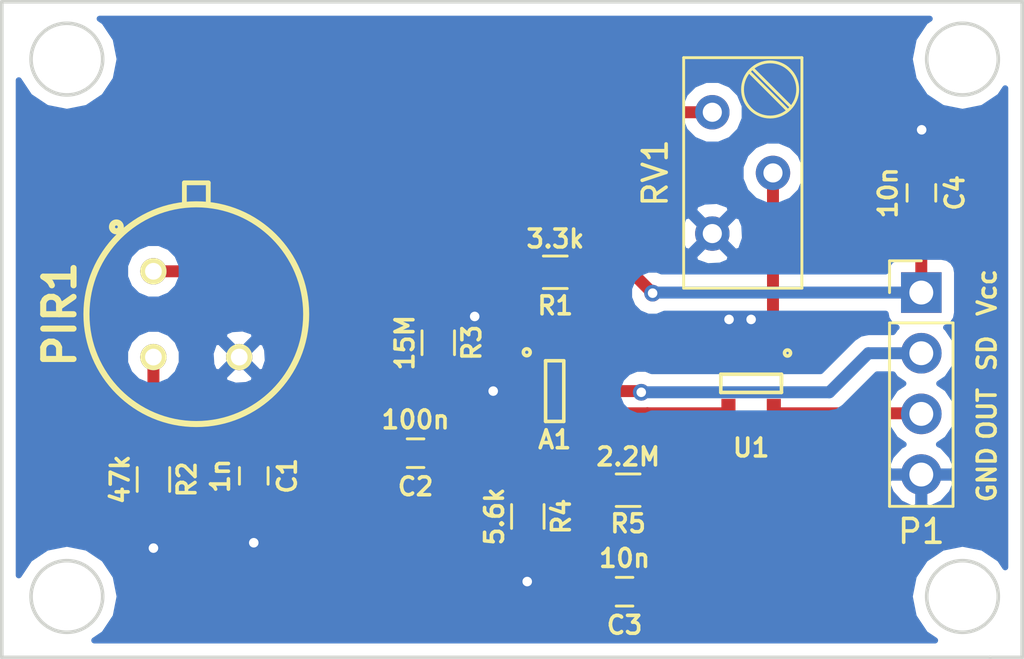
<source format=kicad_pcb>
(kicad_pcb (version 4) (host pcbnew 4.0.7)

  (general
    (links 29)
    (no_connects 0)
    (area 113.699999 93.524999 156.600001 121.125001)
    (thickness 1.6)
    (drawings 13)
    (tracks 63)
    (zones 0)
    (modules 14)
    (nets 11)
  )

  (page A4)
  (layers
    (0 F.Cu signal)
    (31 B.Cu signal)
    (32 B.Adhes user)
    (33 F.Adhes user)
    (34 B.Paste user)
    (35 F.Paste user)
    (36 B.SilkS user)
    (37 F.SilkS user)
    (38 B.Mask user)
    (39 F.Mask user)
    (40 Dwgs.User user)
    (41 Cmts.User user)
    (42 Eco1.User user)
    (43 Eco2.User user)
    (44 Edge.Cuts user)
    (45 Margin user)
    (46 B.CrtYd user hide)
    (47 F.CrtYd user hide)
    (48 B.Fab user hide)
    (49 F.Fab user hide)
  )

  (setup
    (last_trace_width 0.5)
    (trace_clearance 0.25)
    (zone_clearance 0.508)
    (zone_45_only no)
    (trace_min 0.4)
    (segment_width 0.2)
    (edge_width 0.15)
    (via_size 0.7)
    (via_drill 0.4)
    (via_min_size 0.7)
    (via_min_drill 0.3)
    (uvia_size 0.3)
    (uvia_drill 0.1)
    (uvias_allowed no)
    (uvia_min_size 0.2)
    (uvia_min_drill 0.1)
    (pcb_text_width 0.3)
    (pcb_text_size 1.5 1.5)
    (mod_edge_width 0.15)
    (mod_text_size 1 1)
    (mod_text_width 0.15)
    (pad_size 1.7 1.7)
    (pad_drill 1)
    (pad_to_mask_clearance 0.2)
    (aux_axis_origin 0 0)
    (visible_elements 7FFFFFFF)
    (pcbplotparams
      (layerselection 0x010fc_80000001)
      (usegerberextensions false)
      (usegerberattributes true)
      (excludeedgelayer false)
      (linewidth 0.150000)
      (plotframeref false)
      (viasonmask false)
      (mode 1)
      (useauxorigin true)
      (hpglpennumber 1)
      (hpglpenspeed 20)
      (hpglpendiameter 15)
      (hpglpenoverlay 2)
      (psnegative false)
      (psa4output false)
      (plotreference true)
      (plotvalue true)
      (plotinvisibletext false)
      (padsonsilk false)
      (subtractmaskfromsilk false)
      (outputformat 1)
      (mirror false)
      (drillshape 0)
      (scaleselection 1)
      (outputdirectory gerber/))
  )

  (net 0 "")
  (net 1 "Net-(A1-Pad1)")
  (net 2 GND)
  (net 3 "Net-(A1-Pad3)")
  (net 4 "Net-(A1-Pad4)")
  (net 5 "Net-(A1-Pad5)")
  (net 6 "Net-(A1-Pad6)")
  (net 7 "Net-(C1-Pad1)")
  (net 8 "Net-(P1-Pad3)")
  (net 9 "Net-(PIR1-Pad1)")
  (net 10 "Net-(RV1-Pad2)")

  (net_class Default "Ceci est la Netclass par défaut"
    (clearance 0.25)
    (trace_width 0.5)
    (via_dia 0.7)
    (via_drill 0.4)
    (uvia_dia 0.3)
    (uvia_drill 0.1)
    (add_net GND)
    (add_net "Net-(A1-Pad1)")
    (add_net "Net-(A1-Pad3)")
    (add_net "Net-(A1-Pad4)")
    (add_net "Net-(A1-Pad5)")
    (add_net "Net-(A1-Pad6)")
    (add_net "Net-(C1-Pad1)")
    (add_net "Net-(P1-Pad3)")
    (add_net "Net-(PIR1-Pad1)")
    (add_net "Net-(RV1-Pad2)")
  )

  (module IRA-S210ST01 (layer F.Cu) (tedit 5AF83555) (tstamp 5AF45643)
    (at 121.92 106.68 270)
    (descr IRA-S210ST01)
    (tags "Integrated Circuit")
    (path /5AF4575E)
    (fp_text reference PIR1 (at 0 5.715 270) (layer F.SilkS)
      (effects (font (size 1.27 1.27) (thickness 0.254)))
    )
    (fp_text value "" (at 0 -5.715 270) (layer F.SilkS) hide
      (effects (font (size 1.27 1.27) (thickness 0.254)))
    )
    (fp_line (start -4.664 -0.5) (end -5.5 -0.5) (layer F.SilkS) (width 0.2))
    (fp_line (start -5.5 -0.5) (end -5.5 0.5) (layer F.SilkS) (width 0.2))
    (fp_line (start -5.5 0.5) (end -4.649 0.5) (layer F.SilkS) (width 0.2))
    (fp_circle (center 0 0) (end 4.6 0) (layer F.SilkS) (width 0.254))
    (fp_circle (center -3.655 3.347) (end -3.714 3.347) (layer F.SilkS) (width 0.254))
    (pad 1 thru_hole circle (at -1.79605 1.79605) (size 1.1 1.1) (drill 0.7) (layers *.Cu *.Mask F.SilkS)
      (net 9 "Net-(PIR1-Pad1)"))
    (pad 2 thru_hole circle (at 1.79605 1.79605) (size 1.1 1.1) (drill 0.7) (layers *.Cu *.Mask F.SilkS)
      (net 7 "Net-(C1-Pad1)"))
    (pad 3 thru_hole circle (at 1.79605 -1.79605) (size 1.1 1.1) (drill 0.7) (layers *.Cu *.Mask F.SilkS)
      (net 2 GND))
  )

  (module LTC2063 (layer F.Cu) (tedit 5AF834FD) (tstamp 5AF45619)
    (at 136.925 109.9)
    (path /5AF42494)
    (attr smd)
    (fp_text reference A1 (at 0 2.032) (layer F.SilkS)
      (effects (font (size 0.75 0.75) (thickness 0.15)))
    )
    (fp_text value "" (at 0 2.54) (layer F.SilkS)
      (effects (font (size 1 0.9) (thickness 0.05)))
    )
    (fp_line (start -0.381 -1.27) (end 0.381 -1.27) (layer F.SilkS) (width 0.15))
    (fp_line (start 0.381 -1.27) (end 0.381 1.27) (layer F.SilkS) (width 0.15))
    (fp_line (start 0.381 1.27) (end -0.381 1.27) (layer F.SilkS) (width 0.15))
    (fp_line (start -0.381 1.27) (end -0.381 -1.27) (layer F.SilkS) (width 0.15))
    (fp_circle (center -1.1684 -1.6256) (end -1.143 -1.6891) (layer F.SilkS) (width 0.15))
    (pad 1 smd rect (at -1.16078 -0.9398) (size 0.9906 0.6096) (layers F.Cu F.Paste F.Mask)
      (net 1 "Net-(A1-Pad1)"))
    (pad 2 smd rect (at -1.16078 0) (size 0.9906 0.6096) (layers F.Cu F.Paste F.Mask)
      (net 2 GND))
    (pad 3 smd rect (at -1.16078 0.9398) (size 0.9906 0.6096) (layers F.Cu F.Paste F.Mask)
      (net 3 "Net-(A1-Pad3)"))
    (pad 4 smd rect (at 1.16078 0.9398) (size 0.9906 0.6096) (layers F.Cu F.Paste F.Mask)
      (net 4 "Net-(A1-Pad4)"))
    (pad 5 smd rect (at 1.16078 0) (size 0.9906 0.6096) (layers F.Cu F.Paste F.Mask)
      (net 5 "Net-(A1-Pad5)"))
    (pad 6 smd rect (at 1.16078 -0.9398) (size 0.9906 0.6096) (layers F.Cu F.Paste F.Mask)
      (net 6 "Net-(A1-Pad6)"))
  )

  (module MAX9061 (layer F.Cu) (tedit 5AF834AC) (tstamp 5AF45685)
    (at 145.15 109.575 270)
    (descr "Small Outline Transistor (SOT23), 0.95 mm pitch; 5 pin, 2.90 mm L X 1.60 mm W X 1.45 mm H body<p><i>PCB Libraries Packages</i>")
    (path /5AF425F7)
    (attr smd)
    (fp_text reference U1 (at 2.7 0 360) (layer F.SilkS)
      (effects (font (size 0.75 0.75) (thickness 0.15)))
    )
    (fp_text value "" (at 0.46119 3.21834 270) (layer F.SilkS)
      (effects (font (size 0.947333 0.947333) (thickness 0.05)))
    )
    (fp_circle (center -1.27 -1.524) (end -1.2192 -1.524) (layer F.SilkS) (width 0.15))
    (fp_line (start -0.381 -1.27) (end 0.381 -1.27) (layer F.SilkS) (width 0.15))
    (fp_line (start 0.381 -1.27) (end 0.381 1.27) (layer F.SilkS) (width 0.15))
    (fp_line (start 0.381 1.27) (end -0.381 1.27) (layer F.SilkS) (width 0.15))
    (fp_line (start -0.381 1.27) (end -0.381 -1.27) (layer F.SilkS) (width 0.15))
    (fp_line (start -0.381 -1.27) (end 0 -1.27) (layer F.SilkS) (width 0.15))
    (pad 1 smd rect (at -1.255 -0.95 90) (size 1.21 0.59) (layers F.Cu F.Paste F.Mask)
      (net 10 "Net-(RV1-Pad2)"))
    (pad 2 smd rect (at -1.255 0 90) (size 1.21 0.59) (layers F.Cu F.Paste F.Mask)
      (net 2 GND))
    (pad 3 smd rect (at -1.255 0.95 90) (size 1.21 0.59) (layers F.Cu F.Paste F.Mask)
      (net 2 GND))
    (pad 4 smd rect (at 1.255 0.95 270) (size 1.21 0.59) (layers F.Cu F.Paste F.Mask)
      (net 4 "Net-(A1-Pad4)"))
    (pad 5 smd rect (at 1.255 -0.95 270) (size 1.21 0.59) (layers F.Cu F.Paste F.Mask)
      (net 8 "Net-(P1-Pad3)"))
  )

  (module Capacitors_SMD:C_0603_HandSoldering (layer F.Cu) (tedit 5AF8295E) (tstamp 5AF4561F)
    (at 124.325 113.45 270)
    (descr "Capacitor SMD 0603, hand soldering")
    (tags "capacitor 0603")
    (path /5AF432B2)
    (attr smd)
    (fp_text reference C1 (at 0 -1.4 270) (layer F.SilkS)
      (effects (font (size 0.75 0.75) (thickness 0.15)))
    )
    (fp_text value 1n (at 0 1.4 270) (layer F.SilkS)
      (effects (font (size 0.75 0.75) (thickness 0.15)))
    )
    (fp_text user %R (at 0 -1.25 270) (layer F.Fab)
      (effects (font (size 1 1) (thickness 0.15)))
    )
    (fp_line (start -0.8 0.4) (end -0.8 -0.4) (layer F.Fab) (width 0.1))
    (fp_line (start 0.8 0.4) (end -0.8 0.4) (layer F.Fab) (width 0.1))
    (fp_line (start 0.8 -0.4) (end 0.8 0.4) (layer F.Fab) (width 0.1))
    (fp_line (start -0.8 -0.4) (end 0.8 -0.4) (layer F.Fab) (width 0.1))
    (fp_line (start -0.35 -0.6) (end 0.35 -0.6) (layer F.SilkS) (width 0.12))
    (fp_line (start 0.35 0.6) (end -0.35 0.6) (layer F.SilkS) (width 0.12))
    (fp_line (start -1.8 -0.65) (end 1.8 -0.65) (layer F.CrtYd) (width 0.05))
    (fp_line (start -1.8 -0.65) (end -1.8 0.65) (layer F.CrtYd) (width 0.05))
    (fp_line (start 1.8 0.65) (end 1.8 -0.65) (layer F.CrtYd) (width 0.05))
    (fp_line (start 1.8 0.65) (end -1.8 0.65) (layer F.CrtYd) (width 0.05))
    (pad 1 smd rect (at -0.95 0 270) (size 1.2 0.75) (layers F.Cu F.Paste F.Mask)
      (net 7 "Net-(C1-Pad1)"))
    (pad 2 smd rect (at 0.95 0 270) (size 1.2 0.75) (layers F.Cu F.Paste F.Mask)
      (net 2 GND))
    (model Capacitors_SMD.3dshapes/C_0603.wrl
      (at (xyz 0 0 0))
      (scale (xyz 1 1 1))
      (rotate (xyz 0 0 0))
    )
  )

  (module Capacitors_SMD:C_0603_HandSoldering (layer F.Cu) (tedit 5AF82987) (tstamp 5AF45625)
    (at 131.1 112.5 180)
    (descr "Capacitor SMD 0603, hand soldering")
    (tags "capacitor 0603")
    (path /5AF432F7)
    (attr smd)
    (fp_text reference C2 (at 0 -1.4 180) (layer F.SilkS)
      (effects (font (size 0.75 0.75) (thickness 0.15)))
    )
    (fp_text value 100n (at 0 1.4 180) (layer F.SilkS)
      (effects (font (size 0.75 0.75) (thickness 0.15)))
    )
    (fp_text user %R (at 0 -1.25 180) (layer F.Fab)
      (effects (font (size 1 1) (thickness 0.15)))
    )
    (fp_line (start -0.8 0.4) (end -0.8 -0.4) (layer F.Fab) (width 0.1))
    (fp_line (start 0.8 0.4) (end -0.8 0.4) (layer F.Fab) (width 0.1))
    (fp_line (start 0.8 -0.4) (end 0.8 0.4) (layer F.Fab) (width 0.1))
    (fp_line (start -0.8 -0.4) (end 0.8 -0.4) (layer F.Fab) (width 0.1))
    (fp_line (start -0.35 -0.6) (end 0.35 -0.6) (layer F.SilkS) (width 0.12))
    (fp_line (start 0.35 0.6) (end -0.35 0.6) (layer F.SilkS) (width 0.12))
    (fp_line (start -1.8 -0.65) (end 1.8 -0.65) (layer F.CrtYd) (width 0.05))
    (fp_line (start -1.8 -0.65) (end -1.8 0.65) (layer F.CrtYd) (width 0.05))
    (fp_line (start 1.8 0.65) (end 1.8 -0.65) (layer F.CrtYd) (width 0.05))
    (fp_line (start 1.8 0.65) (end -1.8 0.65) (layer F.CrtYd) (width 0.05))
    (pad 1 smd rect (at -0.95 0 180) (size 1.2 0.75) (layers F.Cu F.Paste F.Mask)
      (net 1 "Net-(A1-Pad1)"))
    (pad 2 smd rect (at 0.95 0 180) (size 1.2 0.75) (layers F.Cu F.Paste F.Mask)
      (net 7 "Net-(C1-Pad1)"))
    (model Capacitors_SMD.3dshapes/C_0603.wrl
      (at (xyz 0 0 0))
      (scale (xyz 1 1 1))
      (rotate (xyz 0 0 0))
    )
  )

  (module Capacitors_SMD:C_0603_HandSoldering (layer F.Cu) (tedit 5AF82A6A) (tstamp 5AF4562B)
    (at 139.85 118.3 180)
    (descr "Capacitor SMD 0603, hand soldering")
    (tags "capacitor 0603")
    (path /5AF43320)
    (attr smd)
    (fp_text reference C3 (at 0 -1.4 180) (layer F.SilkS)
      (effects (font (size 0.75 0.75) (thickness 0.15)))
    )
    (fp_text value 10n (at 0 1.4 180) (layer F.SilkS)
      (effects (font (size 0.75 0.75) (thickness 0.15)))
    )
    (fp_text user %R (at 0 -1.25 180) (layer F.Fab)
      (effects (font (size 1 1) (thickness 0.15)))
    )
    (fp_line (start -0.8 0.4) (end -0.8 -0.4) (layer F.Fab) (width 0.1))
    (fp_line (start 0.8 0.4) (end -0.8 0.4) (layer F.Fab) (width 0.1))
    (fp_line (start 0.8 -0.4) (end 0.8 0.4) (layer F.Fab) (width 0.1))
    (fp_line (start -0.8 -0.4) (end 0.8 -0.4) (layer F.Fab) (width 0.1))
    (fp_line (start -0.35 -0.6) (end 0.35 -0.6) (layer F.SilkS) (width 0.12))
    (fp_line (start 0.35 0.6) (end -0.35 0.6) (layer F.SilkS) (width 0.12))
    (fp_line (start -1.8 -0.65) (end 1.8 -0.65) (layer F.CrtYd) (width 0.05))
    (fp_line (start -1.8 -0.65) (end -1.8 0.65) (layer F.CrtYd) (width 0.05))
    (fp_line (start 1.8 0.65) (end 1.8 -0.65) (layer F.CrtYd) (width 0.05))
    (fp_line (start 1.8 0.65) (end -1.8 0.65) (layer F.CrtYd) (width 0.05))
    (pad 1 smd rect (at -0.95 0 180) (size 1.2 0.75) (layers F.Cu F.Paste F.Mask)
      (net 4 "Net-(A1-Pad4)"))
    (pad 2 smd rect (at 0.95 0 180) (size 1.2 0.75) (layers F.Cu F.Paste F.Mask)
      (net 3 "Net-(A1-Pad3)"))
    (model Capacitors_SMD.3dshapes/C_0603.wrl
      (at (xyz 0 0 0))
      (scale (xyz 1 1 1))
      (rotate (xyz 0 0 0))
    )
  )

  (module Pin_Headers:Pin_Header_Straight_1x04_Pitch2.54mm (layer F.Cu) (tedit 5AF839F0) (tstamp 5AF45633)
    (at 152.275 105.775)
    (descr "Through hole straight pin header, 1x04, 2.54mm pitch, single row")
    (tags "Through hole pin header THT 1x04 2.54mm single row")
    (path /5AF45097)
    (fp_text reference P1 (at 0 10) (layer F.SilkS)
      (effects (font (size 1 1) (thickness 0.15)))
    )
    (fp_text value "" (at -4.275 9.725) (layer F.Fab)
      (effects (font (size 1 1) (thickness 0.15)))
    )
    (fp_line (start -0.635 -1.27) (end 1.27 -1.27) (layer F.Fab) (width 0.1))
    (fp_line (start 1.27 -1.27) (end 1.27 8.89) (layer F.Fab) (width 0.1))
    (fp_line (start 1.27 8.89) (end -1.27 8.89) (layer F.Fab) (width 0.1))
    (fp_line (start -1.27 8.89) (end -1.27 -0.635) (layer F.Fab) (width 0.1))
    (fp_line (start -1.27 -0.635) (end -0.635 -1.27) (layer F.Fab) (width 0.1))
    (fp_line (start -1.33 8.95) (end 1.33 8.95) (layer F.SilkS) (width 0.12))
    (fp_line (start -1.33 1.27) (end -1.33 8.95) (layer F.SilkS) (width 0.12))
    (fp_line (start 1.33 1.27) (end 1.33 8.95) (layer F.SilkS) (width 0.12))
    (fp_line (start -1.33 1.27) (end 1.33 1.27) (layer F.SilkS) (width 0.12))
    (fp_line (start -1.33 0) (end -1.33 -1.33) (layer F.SilkS) (width 0.12))
    (fp_line (start -1.33 -1.33) (end 0 -1.33) (layer F.SilkS) (width 0.12))
    (fp_line (start -1.8 -1.8) (end -1.8 9.4) (layer F.CrtYd) (width 0.05))
    (fp_line (start -1.8 9.4) (end 1.8 9.4) (layer F.CrtYd) (width 0.05))
    (fp_line (start 1.8 9.4) (end 1.8 -1.8) (layer F.CrtYd) (width 0.05))
    (fp_line (start 1.8 -1.8) (end -1.8 -1.8) (layer F.CrtYd) (width 0.05))
    (fp_text user %R (at 0 3.81 90) (layer F.Fab)
      (effects (font (size 1 1) (thickness 0.15)))
    )
    (pad 1 thru_hole rect (at 0 0) (size 1.7 1.7) (drill 1) (layers *.Cu *.Mask)
      (net 6 "Net-(A1-Pad6)"))
    (pad 2 thru_hole oval (at 0 2.54) (size 1.7 1.7) (drill 1) (layers *.Cu *.Mask)
      (net 5 "Net-(A1-Pad5)"))
    (pad 3 thru_hole oval (at 0 5.08) (size 1.7 1.7) (drill 1) (layers *.Cu *.Mask)
      (net 8 "Net-(P1-Pad3)"))
    (pad 4 thru_hole oval (at 0 7.62) (size 1.7 1.7) (drill 1) (layers *.Cu *.Mask)
      (net 2 GND))
    (model ${KISYS3DMOD}/Pin_Headers.3dshapes/Pin_Header_Straight_1x04_Pitch2.54mm.wrl
      (at (xyz 0 0 0))
      (scale (xyz 1 1 1))
      (rotate (xyz 0 0 0))
    )
  )

  (module Resistors_SMD:R_0603_HandSoldering (layer F.Cu) (tedit 5AF829D8) (tstamp 5AF45649)
    (at 136.95 104.925 180)
    (descr "Resistor SMD 0603, hand soldering")
    (tags "resistor 0603")
    (path /5AF4311F)
    (attr smd)
    (fp_text reference R1 (at 0 -1.4 180) (layer F.SilkS)
      (effects (font (size 0.75 0.75) (thickness 0.15)))
    )
    (fp_text value 3.3k (at 0 1.4 180) (layer F.SilkS)
      (effects (font (size 0.75 0.75) (thickness 0.15)))
    )
    (fp_text user %R (at 0 0 180) (layer F.Fab)
      (effects (font (size 0.4 0.4) (thickness 0.075)))
    )
    (fp_line (start -0.8 0.4) (end -0.8 -0.4) (layer F.Fab) (width 0.1))
    (fp_line (start 0.8 0.4) (end -0.8 0.4) (layer F.Fab) (width 0.1))
    (fp_line (start 0.8 -0.4) (end 0.8 0.4) (layer F.Fab) (width 0.1))
    (fp_line (start -0.8 -0.4) (end 0.8 -0.4) (layer F.Fab) (width 0.1))
    (fp_line (start 0.5 0.68) (end -0.5 0.68) (layer F.SilkS) (width 0.12))
    (fp_line (start -0.5 -0.68) (end 0.5 -0.68) (layer F.SilkS) (width 0.12))
    (fp_line (start -1.96 -0.7) (end 1.95 -0.7) (layer F.CrtYd) (width 0.05))
    (fp_line (start -1.96 -0.7) (end -1.96 0.7) (layer F.CrtYd) (width 0.05))
    (fp_line (start 1.95 0.7) (end 1.95 -0.7) (layer F.CrtYd) (width 0.05))
    (fp_line (start 1.95 0.7) (end -1.96 0.7) (layer F.CrtYd) (width 0.05))
    (pad 1 smd rect (at -1.1 0 180) (size 1.2 0.9) (layers F.Cu F.Paste F.Mask)
      (net 6 "Net-(A1-Pad6)"))
    (pad 2 smd rect (at 1.1 0 180) (size 1.2 0.9) (layers F.Cu F.Paste F.Mask)
      (net 9 "Net-(PIR1-Pad1)"))
    (model ${KISYS3DMOD}/Resistors_SMD.3dshapes/R_0603.wrl
      (at (xyz 0 0 0))
      (scale (xyz 1 1 1))
      (rotate (xyz 0 0 0))
    )
  )

  (module Resistors_SMD:R_0603_HandSoldering (layer F.Cu) (tedit 5AF82933) (tstamp 5AF4564F)
    (at 120.125 113.6 270)
    (descr "Resistor SMD 0603, hand soldering")
    (tags "resistor 0603")
    (path /5AF43204)
    (attr smd)
    (fp_text reference R2 (at 0 -1.4 270) (layer F.SilkS)
      (effects (font (size 0.75 0.75) (thickness 0.15)))
    )
    (fp_text value 47k (at 0 1.4 270) (layer F.SilkS)
      (effects (font (size 0.75 0.75) (thickness 0.15)))
    )
    (fp_text user %R (at 0 0 270) (layer F.Fab)
      (effects (font (size 0.4 0.4) (thickness 0.075)))
    )
    (fp_line (start -0.8 0.4) (end -0.8 -0.4) (layer F.Fab) (width 0.1))
    (fp_line (start 0.8 0.4) (end -0.8 0.4) (layer F.Fab) (width 0.1))
    (fp_line (start 0.8 -0.4) (end 0.8 0.4) (layer F.Fab) (width 0.1))
    (fp_line (start -0.8 -0.4) (end 0.8 -0.4) (layer F.Fab) (width 0.1))
    (fp_line (start 0.5 0.68) (end -0.5 0.68) (layer F.SilkS) (width 0.12))
    (fp_line (start -0.5 -0.68) (end 0.5 -0.68) (layer F.SilkS) (width 0.12))
    (fp_line (start -1.96 -0.7) (end 1.95 -0.7) (layer F.CrtYd) (width 0.05))
    (fp_line (start -1.96 -0.7) (end -1.96 0.7) (layer F.CrtYd) (width 0.05))
    (fp_line (start 1.95 0.7) (end 1.95 -0.7) (layer F.CrtYd) (width 0.05))
    (fp_line (start 1.95 0.7) (end -1.96 0.7) (layer F.CrtYd) (width 0.05))
    (pad 1 smd rect (at -1.1 0 270) (size 1.2 0.9) (layers F.Cu F.Paste F.Mask)
      (net 7 "Net-(C1-Pad1)"))
    (pad 2 smd rect (at 1.1 0 270) (size 1.2 0.9) (layers F.Cu F.Paste F.Mask)
      (net 2 GND))
    (model ${KISYS3DMOD}/Resistors_SMD.3dshapes/R_0603.wrl
      (at (xyz 0 0 0))
      (scale (xyz 1 1 1))
      (rotate (xyz 0 0 0))
    )
  )

  (module Resistors_SMD:R_0603_HandSoldering (layer F.Cu) (tedit 5AF829AF) (tstamp 5AF45655)
    (at 132.05 107.875 90)
    (descr "Resistor SMD 0603, hand soldering")
    (tags "resistor 0603")
    (path /5AF4322F)
    (attr smd)
    (fp_text reference R3 (at 0 1.4 90) (layer F.SilkS)
      (effects (font (size 0.75 0.75) (thickness 0.15)))
    )
    (fp_text value 15M (at 0 -1.4 90) (layer F.SilkS)
      (effects (font (size 0.75 0.75) (thickness 0.15)))
    )
    (fp_text user %R (at 0 0 90) (layer F.Fab)
      (effects (font (size 0.4 0.4) (thickness 0.075)))
    )
    (fp_line (start -0.8 0.4) (end -0.8 -0.4) (layer F.Fab) (width 0.1))
    (fp_line (start 0.8 0.4) (end -0.8 0.4) (layer F.Fab) (width 0.1))
    (fp_line (start 0.8 -0.4) (end 0.8 0.4) (layer F.Fab) (width 0.1))
    (fp_line (start -0.8 -0.4) (end 0.8 -0.4) (layer F.Fab) (width 0.1))
    (fp_line (start 0.5 0.68) (end -0.5 0.68) (layer F.SilkS) (width 0.12))
    (fp_line (start -0.5 -0.68) (end 0.5 -0.68) (layer F.SilkS) (width 0.12))
    (fp_line (start -1.96 -0.7) (end 1.95 -0.7) (layer F.CrtYd) (width 0.05))
    (fp_line (start -1.96 -0.7) (end -1.96 0.7) (layer F.CrtYd) (width 0.05))
    (fp_line (start 1.95 0.7) (end 1.95 -0.7) (layer F.CrtYd) (width 0.05))
    (fp_line (start 1.95 0.7) (end -1.96 0.7) (layer F.CrtYd) (width 0.05))
    (pad 1 smd rect (at -1.1 0 90) (size 1.2 0.9) (layers F.Cu F.Paste F.Mask)
      (net 1 "Net-(A1-Pad1)"))
    (pad 2 smd rect (at 1.1 0 90) (size 1.2 0.9) (layers F.Cu F.Paste F.Mask)
      (net 2 GND))
    (model ${KISYS3DMOD}/Resistors_SMD.3dshapes/R_0603.wrl
      (at (xyz 0 0 0))
      (scale (xyz 1 1 1))
      (rotate (xyz 0 0 0))
    )
  )

  (module Resistors_SMD:R_0603_HandSoldering (layer F.Cu) (tedit 5AF82A1B) (tstamp 5AF4565B)
    (at 135.8 115.15 270)
    (descr "Resistor SMD 0603, hand soldering")
    (tags "resistor 0603")
    (path /5AF4328D)
    (attr smd)
    (fp_text reference R4 (at 0 -1.4 270) (layer F.SilkS)
      (effects (font (size 0.75 0.75) (thickness 0.15)))
    )
    (fp_text value 5.6k (at 0 1.4 270) (layer F.SilkS)
      (effects (font (size 0.75 0.75) (thickness 0.15)))
    )
    (fp_text user %R (at 0 0 270) (layer F.Fab)
      (effects (font (size 0.4 0.4) (thickness 0.075)))
    )
    (fp_line (start -0.8 0.4) (end -0.8 -0.4) (layer F.Fab) (width 0.1))
    (fp_line (start 0.8 0.4) (end -0.8 0.4) (layer F.Fab) (width 0.1))
    (fp_line (start 0.8 -0.4) (end 0.8 0.4) (layer F.Fab) (width 0.1))
    (fp_line (start -0.8 -0.4) (end 0.8 -0.4) (layer F.Fab) (width 0.1))
    (fp_line (start 0.5 0.68) (end -0.5 0.68) (layer F.SilkS) (width 0.12))
    (fp_line (start -0.5 -0.68) (end 0.5 -0.68) (layer F.SilkS) (width 0.12))
    (fp_line (start -1.96 -0.7) (end 1.95 -0.7) (layer F.CrtYd) (width 0.05))
    (fp_line (start -1.96 -0.7) (end -1.96 0.7) (layer F.CrtYd) (width 0.05))
    (fp_line (start 1.95 0.7) (end 1.95 -0.7) (layer F.CrtYd) (width 0.05))
    (fp_line (start 1.95 0.7) (end -1.96 0.7) (layer F.CrtYd) (width 0.05))
    (pad 1 smd rect (at -1.1 0 270) (size 1.2 0.9) (layers F.Cu F.Paste F.Mask)
      (net 3 "Net-(A1-Pad3)"))
    (pad 2 smd rect (at 1.1 0 270) (size 1.2 0.9) (layers F.Cu F.Paste F.Mask)
      (net 2 GND))
    (model ${KISYS3DMOD}/Resistors_SMD.3dshapes/R_0603.wrl
      (at (xyz 0 0 0))
      (scale (xyz 1 1 1))
      (rotate (xyz 0 0 0))
    )
  )

  (module Resistors_SMD:R_0603_HandSoldering (layer F.Cu) (tedit 5AF82A40) (tstamp 5AF45661)
    (at 140 114.05 180)
    (descr "Resistor SMD 0603, hand soldering")
    (tags "resistor 0603")
    (path /5AF4326A)
    (attr smd)
    (fp_text reference R5 (at 0 -1.4 180) (layer F.SilkS)
      (effects (font (size 0.75 0.75) (thickness 0.15)))
    )
    (fp_text value 2.2M (at 0 1.4 180) (layer F.SilkS)
      (effects (font (size 0.75 0.75) (thickness 0.15)))
    )
    (fp_text user %R (at 0 0 180) (layer F.Fab)
      (effects (font (size 0.4 0.4) (thickness 0.075)))
    )
    (fp_line (start -0.8 0.4) (end -0.8 -0.4) (layer F.Fab) (width 0.1))
    (fp_line (start 0.8 0.4) (end -0.8 0.4) (layer F.Fab) (width 0.1))
    (fp_line (start 0.8 -0.4) (end 0.8 0.4) (layer F.Fab) (width 0.1))
    (fp_line (start -0.8 -0.4) (end 0.8 -0.4) (layer F.Fab) (width 0.1))
    (fp_line (start 0.5 0.68) (end -0.5 0.68) (layer F.SilkS) (width 0.12))
    (fp_line (start -0.5 -0.68) (end 0.5 -0.68) (layer F.SilkS) (width 0.12))
    (fp_line (start -1.96 -0.7) (end 1.95 -0.7) (layer F.CrtYd) (width 0.05))
    (fp_line (start -1.96 -0.7) (end -1.96 0.7) (layer F.CrtYd) (width 0.05))
    (fp_line (start 1.95 0.7) (end 1.95 -0.7) (layer F.CrtYd) (width 0.05))
    (fp_line (start 1.95 0.7) (end -1.96 0.7) (layer F.CrtYd) (width 0.05))
    (pad 1 smd rect (at -1.1 0 180) (size 1.2 0.9) (layers F.Cu F.Paste F.Mask)
      (net 4 "Net-(A1-Pad4)"))
    (pad 2 smd rect (at 1.1 0 180) (size 1.2 0.9) (layers F.Cu F.Paste F.Mask)
      (net 3 "Net-(A1-Pad3)"))
    (model ${KISYS3DMOD}/Resistors_SMD.3dshapes/R_0603.wrl
      (at (xyz 0 0 0))
      (scale (xyz 1 1 1))
      (rotate (xyz 0 0 0))
    )
  )

  (module Potentiometers:Potentiometer_Trimmer_Bourns_3296Y (layer F.Cu) (tedit 58826EFB) (tstamp 5AF45668)
    (at 143.525 98.225 90)
    (descr "Spindle Trimmer Potentiometer, Bourns 3296Y, https://www.bourns.com/pdfs/3296.pdf")
    (tags "Spindle Trimmer Potentiometer   Bourns 3296Y")
    (path /5AF4565E)
    (fp_text reference RV1 (at -2.54 -2.39 90) (layer F.SilkS)
      (effects (font (size 1 1) (thickness 0.15)))
    )
    (fp_text value POT (at -2.54 4.94 90) (layer F.Fab)
      (effects (font (size 1 1) (thickness 0.15)))
    )
    (fp_circle (center 0.955 2.42) (end 2.05 2.42) (layer F.Fab) (width 0.1))
    (fp_circle (center 0.955 2.42) (end 2.11 2.42) (layer F.SilkS) (width 0.12))
    (fp_line (start -7.305 -1.14) (end -7.305 3.69) (layer F.Fab) (width 0.1))
    (fp_line (start -7.305 3.69) (end 2.225 3.69) (layer F.Fab) (width 0.1))
    (fp_line (start 2.225 3.69) (end 2.225 -1.14) (layer F.Fab) (width 0.1))
    (fp_line (start 2.225 -1.14) (end -7.305 -1.14) (layer F.Fab) (width 0.1))
    (fp_line (start 1.786 1.724) (end 0.259 3.251) (layer F.Fab) (width 0.1))
    (fp_line (start 1.652 1.59) (end 0.125 3.117) (layer F.Fab) (width 0.1))
    (fp_line (start -7.365 -1.2) (end 2.285 -1.2) (layer F.SilkS) (width 0.12))
    (fp_line (start -7.365 3.751) (end 2.285 3.751) (layer F.SilkS) (width 0.12))
    (fp_line (start -7.365 -1.2) (end -7.365 3.751) (layer F.SilkS) (width 0.12))
    (fp_line (start 2.285 -1.2) (end 2.285 3.751) (layer F.SilkS) (width 0.12))
    (fp_line (start 1.831 1.686) (end 0.22 3.296) (layer F.SilkS) (width 0.12))
    (fp_line (start 1.691 1.545) (end 0.079 3.155) (layer F.SilkS) (width 0.12))
    (fp_line (start -7.6 -1.4) (end -7.6 3.95) (layer F.CrtYd) (width 0.05))
    (fp_line (start -7.6 3.95) (end 2.5 3.95) (layer F.CrtYd) (width 0.05))
    (fp_line (start 2.5 3.95) (end 2.5 -1.4) (layer F.CrtYd) (width 0.05))
    (fp_line (start 2.5 -1.4) (end -7.6 -1.4) (layer F.CrtYd) (width 0.05))
    (pad 1 thru_hole circle (at 0 0 90) (size 1.44 1.44) (drill 0.8) (layers *.Cu *.Mask)
      (net 6 "Net-(A1-Pad6)"))
    (pad 2 thru_hole circle (at -2.54 2.54 90) (size 1.44 1.44) (drill 0.8) (layers *.Cu *.Mask)
      (net 10 "Net-(RV1-Pad2)"))
    (pad 3 thru_hole circle (at -5.08 0 90) (size 1.44 1.44) (drill 0.8) (layers *.Cu *.Mask)
      (net 2 GND))
    (model Potentiometers.3dshapes/Potentiometer_Trimmer_Bourns_3296Y.wrl
      (at (xyz 0 0 0))
      (scale (xyz 1 1 1))
      (rotate (xyz 0 0 -90))
    )
  )

  (module Capacitors_SMD:C_0603_HandSoldering (layer F.Cu) (tedit 5AF831FF) (tstamp 5AF823A4)
    (at 152.28 101.6 90)
    (descr "Capacitor SMD 0603, hand soldering")
    (tags "capacitor 0603")
    (path /5AF829F5)
    (attr smd)
    (fp_text reference C4 (at 0 1.4 90) (layer F.SilkS)
      (effects (font (size 0.75 0.75) (thickness 0.15)))
    )
    (fp_text value 10n (at 0 -1.4 90) (layer F.SilkS)
      (effects (font (size 0.75 0.75) (thickness 0.15)))
    )
    (fp_text user %R (at 0 -1.25 90) (layer F.Fab)
      (effects (font (size 1 1) (thickness 0.15)))
    )
    (fp_line (start -0.8 0.4) (end -0.8 -0.4) (layer F.Fab) (width 0.1))
    (fp_line (start 0.8 0.4) (end -0.8 0.4) (layer F.Fab) (width 0.1))
    (fp_line (start 0.8 -0.4) (end 0.8 0.4) (layer F.Fab) (width 0.1))
    (fp_line (start -0.8 -0.4) (end 0.8 -0.4) (layer F.Fab) (width 0.1))
    (fp_line (start -0.35 -0.6) (end 0.35 -0.6) (layer F.SilkS) (width 0.12))
    (fp_line (start 0.35 0.6) (end -0.35 0.6) (layer F.SilkS) (width 0.12))
    (fp_line (start -1.8 -0.65) (end 1.8 -0.65) (layer F.CrtYd) (width 0.05))
    (fp_line (start -1.8 -0.65) (end -1.8 0.65) (layer F.CrtYd) (width 0.05))
    (fp_line (start 1.8 0.65) (end 1.8 -0.65) (layer F.CrtYd) (width 0.05))
    (fp_line (start 1.8 0.65) (end -1.8 0.65) (layer F.CrtYd) (width 0.05))
    (pad 1 smd rect (at -0.95 0 90) (size 1.2 0.75) (layers F.Cu F.Paste F.Mask)
      (net 6 "Net-(A1-Pad6)"))
    (pad 2 smd rect (at 0.95 0 90) (size 1.2 0.75) (layers F.Cu F.Paste F.Mask)
      (net 2 GND))
    (model Capacitors_SMD.3dshapes/C_0603.wrl
      (at (xyz 0 0 0))
      (scale (xyz 1 1 1))
      (rotate (xyz 0 0 0))
    )
  )

  (gr_circle (center 154 118.5) (end 152.5 118.5) (layer Edge.Cuts) (width 0.15))
  (gr_circle (center 154 96) (end 152.5 96) (layer Edge.Cuts) (width 0.15))
  (gr_circle (center 116.5 118.5) (end 118 118.5) (layer Edge.Cuts) (width 0.15))
  (gr_circle (center 116.5 96) (end 118 96) (layer Edge.Cuts) (width 0.15))
  (gr_text GND (at 155.025 113.395 90) (layer F.SilkS)
    (effects (font (size 0.75 0.75) (thickness 0.15)))
  )
  (gr_text OUT (at 155.025 110.855 90) (layer F.SilkS)
    (effects (font (size 0.75 0.75) (thickness 0.15)))
  )
  (gr_text SD (at 155.025 108.315 90) (layer F.SilkS)
    (effects (font (size 0.75 0.75) (thickness 0.15)))
  )
  (gr_text Vcc (at 155.025 105.775 90) (layer F.SilkS)
    (effects (font (size 0.75 0.75) (thickness 0.15)))
  )
  (gr_line (start 155.15 121.05) (end 156.5 121.05) (angle 90) (layer Edge.Cuts) (width 0.15))
  (gr_line (start 156.5 93.6) (end 156.5 121.05) (angle 90) (layer Edge.Cuts) (width 0.15))
  (gr_line (start 113.775 93.6) (end 156.525 93.6) (angle 90) (layer Edge.Cuts) (width 0.15))
  (gr_line (start 113.775 121.05) (end 113.775 93.6) (angle 90) (layer Edge.Cuts) (width 0.15))
  (gr_line (start 155.175 121.05) (end 113.775 121.05) (angle 90) (layer Edge.Cuts) (width 0.15))

  (segment (start 135.76422 108.9602) (end 132.0648 108.9602) (width 0.5) (layer F.Cu) (net 1))
  (segment (start 132.0648 108.9602) (end 132.05 108.975) (width 0.5) (layer F.Cu) (net 1) (tstamp 5AF82304))
  (segment (start 132.05 112.5) (end 132.05 108.975) (width 0.5) (layer F.Cu) (net 1))
  (segment (start 152.28 100.65) (end 152.28 98.97) (width 0.5) (layer F.Cu) (net 2))
  (via (at 152.29 98.96) (size 0.7) (drill 0.4) (layers F.Cu B.Cu) (net 2))
  (segment (start 152.28 98.97) (end 152.29 98.96) (width 0.5) (layer F.Cu) (net 2) (tstamp 5AF839AE))
  (segment (start 120.125 114.7) (end 120.125 116.475) (width 0.5) (layer F.Cu) (net 2))
  (via (at 120.125 116.475) (size 0.7) (drill 0.4) (layers F.Cu B.Cu) (net 2))
  (segment (start 132.05 106.775) (end 133.575 106.775) (width 0.5) (layer F.Cu) (net 2))
  (via (at 133.575 106.775) (size 0.7) (drill 0.4) (layers F.Cu B.Cu) (net 2))
  (segment (start 135.76422 109.9) (end 134.35 109.9) (width 0.5) (layer F.Cu) (net 2))
  (via (at 134.35 109.9) (size 0.7) (drill 0.4) (layers F.Cu B.Cu) (net 2))
  (segment (start 145.15 108.32) (end 145.15 106.9) (width 0.5) (layer F.Cu) (net 2))
  (via (at 145.15 106.9) (size 0.7) (drill 0.4) (layers F.Cu B.Cu) (net 2))
  (segment (start 144.2 108.32) (end 144.2 106.925) (width 0.5) (layer F.Cu) (net 2))
  (via (at 144.225 106.9) (size 0.7) (drill 0.4) (layers F.Cu B.Cu) (net 2))
  (segment (start 144.2 106.925) (end 144.225 106.9) (width 0.5) (layer F.Cu) (net 2) (tstamp 5AF6CE81))
  (segment (start 144.2 108.32) (end 144.155 108.275) (width 0.5) (layer F.Cu) (net 2) (tstamp 5AF6CDCB))
  (segment (start 124.325 114.4) (end 124.325 116.25) (width 0.5) (layer F.Cu) (net 2))
  (via (at 124.325 116.25) (size 0.7) (drill 0.4) (layers F.Cu B.Cu) (net 2))
  (segment (start 135.8 116.25) (end 135.8 117.85) (width 0.5) (layer F.Cu) (net 2))
  (via (at 135.775 117.875) (size 0.7) (drill 0.4) (layers F.Cu B.Cu) (net 2))
  (segment (start 135.8 117.85) (end 135.775 117.875) (width 0.5) (layer F.Cu) (net 2) (tstamp 5AF6CD8D))
  (segment (start 152.275 101) (end 152.3 100.975) (width 0.5) (layer F.Cu) (net 2) (tstamp 5AF82407))
  (segment (start 135.8 114.05) (end 135.8 110.87558) (width 0.5) (layer F.Cu) (net 3))
  (segment (start 135.8 110.87558) (end 135.76422 110.8398) (width 0.5) (layer F.Cu) (net 3) (tstamp 5AF6CD87))
  (segment (start 138.9 114.05) (end 135.8 114.05) (width 0.5) (layer F.Cu) (net 3))
  (segment (start 138.9 118.3) (end 138.9 114.05) (width 0.5) (layer F.Cu) (net 3))
  (segment (start 141.1 114.05) (end 141.1 118) (width 0.5) (layer F.Cu) (net 4))
  (segment (start 141.1 118) (end 140.8 118.3) (width 0.5) (layer F.Cu) (net 4) (tstamp 5AF6CD7F))
  (segment (start 141.1 114.05) (end 141.1 111.125) (width 0.5) (layer F.Cu) (net 4))
  (segment (start 141.1 111.125) (end 140.805 110.83) (width 0.5) (layer F.Cu) (net 4) (tstamp 5AF6CD68))
  (segment (start 144.2 110.83) (end 140.805 110.83) (width 0.5) (layer F.Cu) (net 4))
  (segment (start 140.805 110.83) (end 138.09558 110.83) (width 0.5) (layer F.Cu) (net 4) (tstamp 5AF6CD79))
  (segment (start 138.09558 110.83) (end 138.08578 110.8398) (width 0.5) (layer F.Cu) (net 4) (tstamp 5AF6CD62))
  (segment (start 152.275 108.315) (end 150.06 108.315) (width 0.5) (layer B.Cu) (net 5))
  (segment (start 140.5 109.9) (end 138.08578 109.9) (width 0.5) (layer F.Cu) (net 5) (tstamp 5AF6CE6C))
  (segment (start 140.55 109.95) (end 140.5 109.9) (width 0.5) (layer F.Cu) (net 5) (tstamp 5AF6CE6B))
  (via (at 140.55 109.95) (size 0.7) (drill 0.4) (layers F.Cu B.Cu) (net 5))
  (segment (start 148.425 109.95) (end 140.55 109.95) (width 0.5) (layer B.Cu) (net 5) (tstamp 5AF6CE66))
  (segment (start 150.06 108.315) (end 148.425 109.95) (width 0.5) (layer B.Cu) (net 5) (tstamp 5AF6CE60))
  (segment (start 152.275 105.775) (end 152.275 102.555) (width 0.5) (layer F.Cu) (net 6))
  (segment (start 152.275 102.555) (end 152.28 102.55) (width 0.5) (layer F.Cu) (net 6) (tstamp 5AF839AB))
  (segment (start 143.525 98.225) (end 139.75 98.225) (width 0.5) (layer F.Cu) (net 6))
  (segment (start 138.05 99.925) (end 138.05 104.925) (width 0.5) (layer F.Cu) (net 6) (tstamp 5AF6CEB3))
  (segment (start 139.75 98.225) (end 138.05 99.925) (width 0.5) (layer F.Cu) (net 6) (tstamp 5AF6CEA8))
  (segment (start 152.275 105.775) (end 141.05 105.775) (width 0.5) (layer B.Cu) (net 6))
  (segment (start 140.15 104.925) (end 138.05 104.925) (width 0.5) (layer F.Cu) (net 6) (tstamp 5AF6CE1B))
  (segment (start 141.025 105.8) (end 140.15 104.925) (width 0.5) (layer F.Cu) (net 6) (tstamp 5AF6CE1A))
  (via (at 141.025 105.8) (size 0.7) (drill 0.4) (layers F.Cu B.Cu) (net 6))
  (segment (start 141.05 105.775) (end 141.025 105.8) (width 0.5) (layer B.Cu) (net 6) (tstamp 5AF6CE0D))
  (segment (start 138.05 104.925) (end 138.05 108.92442) (width 0.5) (layer F.Cu) (net 6))
  (segment (start 138.05 108.92442) (end 138.08578 108.9602) (width 0.5) (layer F.Cu) (net 6) (tstamp 5AF6CD12))
  (segment (start 124.325 112.5) (end 130.15 112.5) (width 0.5) (layer F.Cu) (net 7))
  (segment (start 120.125 112.5) (end 124.325 112.5) (width 0.5) (layer F.Cu) (net 7))
  (segment (start 120.12395 108.47605) (end 120.12395 112.49895) (width 0.5) (layer F.Cu) (net 7))
  (segment (start 120.12395 112.49895) (end 120.125 112.5) (width 0.5) (layer F.Cu) (net 7) (tstamp 5AF6CC71))
  (segment (start 146.1 110.83) (end 152.25 110.83) (width 0.5) (layer F.Cu) (net 8))
  (segment (start 152.25 110.83) (end 152.275 110.855) (width 0.5) (layer F.Cu) (net 8) (tstamp 5AF6CD5E))
  (segment (start 120.12395 104.88395) (end 135.80895 104.88395) (width 0.5) (layer F.Cu) (net 9))
  (segment (start 135.80895 104.88395) (end 135.85 104.925) (width 0.5) (layer F.Cu) (net 9) (tstamp 5AF6CD0C))
  (segment (start 146.065 100.765) (end 146.065 108.285) (width 0.5) (layer F.Cu) (net 10))
  (segment (start 146.065 108.285) (end 146.1 108.32) (width 0.5) (layer F.Cu) (net 10) (tstamp 5AF6CE03))

  (zone (net 2) (net_name GND) (layer B.Cu) (tstamp 5AF6CBC5) (hatch edge 0.508)
    (connect_pads (clearance 0.508))
    (min_thickness 0.254)
    (fill yes (arc_segments 16) (thermal_gap 0.508) (thermal_bridge_width 0.508))
    (polygon
      (pts
        (xy 114 93.8) (xy 156.275 93.8) (xy 156.275 120.775) (xy 113.95 120.825)
      )
    )
    (filled_polygon
      (pts
        (xy 152.437294 94.437294) (xy 151.958226 95.15427) (xy 151.79 96) (xy 151.958226 96.84573) (xy 152.437294 97.562706)
        (xy 153.15427 98.041774) (xy 154 98.21) (xy 154.84573 98.041774) (xy 155.562706 97.562706) (xy 155.79 97.222536)
        (xy 155.79 117.277464) (xy 155.562706 116.937294) (xy 154.84573 116.458226) (xy 154 116.29) (xy 153.15427 116.458226)
        (xy 152.437294 116.937294) (xy 151.958226 117.65427) (xy 151.79 118.5) (xy 151.958226 119.34573) (xy 152.437294 120.062706)
        (xy 152.852294 120.34) (xy 117.647706 120.34) (xy 118.062706 120.062706) (xy 118.541774 119.34573) (xy 118.71 118.5)
        (xy 118.541774 117.65427) (xy 118.062706 116.937294) (xy 117.34573 116.458226) (xy 116.5 116.29) (xy 115.65427 116.458226)
        (xy 114.937294 116.937294) (xy 114.485 117.6142) (xy 114.485 113.75189) (xy 150.833524 113.75189) (xy 151.003355 114.161924)
        (xy 151.393642 114.590183) (xy 151.918108 114.836486) (xy 152.148 114.715819) (xy 152.148 113.522) (xy 152.402 113.522)
        (xy 152.402 114.715819) (xy 152.631892 114.836486) (xy 153.156358 114.590183) (xy 153.546645 114.161924) (xy 153.716476 113.75189)
        (xy 153.595155 113.522) (xy 152.402 113.522) (xy 152.148 113.522) (xy 150.954845 113.522) (xy 150.833524 113.75189)
        (xy 114.485 113.75189) (xy 114.485 110.145069) (xy 139.56483 110.145069) (xy 139.714471 110.507229) (xy 139.991314 110.784555)
        (xy 140.353212 110.934828) (xy 140.745069 110.93517) (xy 140.9875 110.835) (xy 148.424995 110.835) (xy 148.425 110.835001)
        (xy 148.707484 110.77881) (xy 148.763675 110.767633) (xy 149.05079 110.57579) (xy 150.426579 109.2) (xy 151.085568 109.2)
        (xy 151.195853 109.365054) (xy 151.525026 109.585) (xy 151.195853 109.804946) (xy 150.873946 110.286715) (xy 150.760907 110.855)
        (xy 150.873946 111.423285) (xy 151.195853 111.905054) (xy 151.536553 112.132702) (xy 151.393642 112.199817) (xy 151.003355 112.628076)
        (xy 150.833524 113.03811) (xy 150.954845 113.268) (xy 152.148 113.268) (xy 152.148 113.248) (xy 152.402 113.248)
        (xy 152.402 113.268) (xy 153.595155 113.268) (xy 153.716476 113.03811) (xy 153.546645 112.628076) (xy 153.156358 112.199817)
        (xy 153.013447 112.132702) (xy 153.354147 111.905054) (xy 153.676054 111.423285) (xy 153.789093 110.855) (xy 153.676054 110.286715)
        (xy 153.354147 109.804946) (xy 153.024974 109.585) (xy 153.354147 109.365054) (xy 153.676054 108.883285) (xy 153.789093 108.315)
        (xy 153.676054 107.746715) (xy 153.354147 107.264946) (xy 153.312548 107.23715) (xy 153.360317 107.228162) (xy 153.576441 107.08909)
        (xy 153.721431 106.87689) (xy 153.77244 106.625) (xy 153.77244 104.925) (xy 153.728162 104.689683) (xy 153.58909 104.473559)
        (xy 153.37689 104.328569) (xy 153.125 104.27756) (xy 151.425 104.27756) (xy 151.189683 104.321838) (xy 150.973559 104.46091)
        (xy 150.828569 104.67311) (xy 150.784648 104.89) (xy 141.401994 104.89) (xy 141.221788 104.815172) (xy 140.829931 104.81483)
        (xy 140.467771 104.964471) (xy 140.190445 105.241314) (xy 140.040172 105.603212) (xy 140.03983 105.995069) (xy 140.189471 106.357229)
        (xy 140.466314 106.634555) (xy 140.828212 106.784828) (xy 141.220069 106.78517) (xy 141.523004 106.66) (xy 150.784146 106.66)
        (xy 150.821838 106.860317) (xy 150.96091 107.076441) (xy 151.17311 107.221431) (xy 151.240541 107.235086) (xy 151.195853 107.264946)
        (xy 151.085568 107.43) (xy 150.060005 107.43) (xy 150.06 107.429999) (xy 149.721325 107.497367) (xy 149.43421 107.68921)
        (xy 149.434208 107.689213) (xy 148.05842 109.065) (xy 140.987201 109.065) (xy 140.746788 108.965172) (xy 140.354931 108.96483)
        (xy 139.992771 109.114471) (xy 139.715445 109.391314) (xy 139.565172 109.753212) (xy 139.56483 110.145069) (xy 114.485 110.145069)
        (xy 114.485 108.710727) (xy 118.938744 108.710727) (xy 119.11877 109.146422) (xy 119.451825 109.480059) (xy 119.887205 109.660844)
        (xy 120.358627 109.661256) (xy 120.794322 109.48123) (xy 120.973381 109.302483) (xy 123.069222 109.302483) (xy 123.112558 109.522751)
        (xy 123.559051 109.674022) (xy 124.029446 109.642913) (xy 124.319542 109.522751) (xy 124.362878 109.302483) (xy 123.71605 108.655655)
        (xy 123.069222 109.302483) (xy 120.973381 109.302483) (xy 121.127959 109.148175) (xy 121.308744 108.712795) (xy 121.309088 108.319051)
        (xy 122.518078 108.319051) (xy 122.549187 108.789446) (xy 122.669349 109.079542) (xy 122.889617 109.122878) (xy 123.536445 108.47605)
        (xy 123.895655 108.47605) (xy 124.542483 109.122878) (xy 124.762751 109.079542) (xy 124.914022 108.633049) (xy 124.882913 108.162654)
        (xy 124.762751 107.872558) (xy 124.542483 107.829222) (xy 123.895655 108.47605) (xy 123.536445 108.47605) (xy 122.889617 107.829222)
        (xy 122.669349 107.872558) (xy 122.518078 108.319051) (xy 121.309088 108.319051) (xy 121.309156 108.241373) (xy 121.12913 107.805678)
        (xy 120.973342 107.649617) (xy 123.069222 107.649617) (xy 123.71605 108.296445) (xy 124.362878 107.649617) (xy 124.319542 107.429349)
        (xy 123.873049 107.278078) (xy 123.402654 107.309187) (xy 123.112558 107.429349) (xy 123.069222 107.649617) (xy 120.973342 107.649617)
        (xy 120.796075 107.472041) (xy 120.360695 107.291256) (xy 119.889273 107.290844) (xy 119.453578 107.47087) (xy 119.119941 107.803925)
        (xy 118.939156 108.239305) (xy 118.938744 108.710727) (xy 114.485 108.710727) (xy 114.485 105.118627) (xy 118.938744 105.118627)
        (xy 119.11877 105.554322) (xy 119.451825 105.887959) (xy 119.887205 106.068744) (xy 120.358627 106.069156) (xy 120.794322 105.88913)
        (xy 121.127959 105.556075) (xy 121.308744 105.120695) (xy 121.309156 104.649273) (xy 121.146152 104.254774) (xy 142.754831 104.254774)
        (xy 142.819131 104.492611) (xy 143.327342 104.672333) (xy 143.865644 104.643892) (xy 144.230869 104.492611) (xy 144.295169 104.254774)
        (xy 143.525 103.484605) (xy 142.754831 104.254774) (xy 121.146152 104.254774) (xy 121.12913 104.213578) (xy 120.796075 103.879941)
        (xy 120.360695 103.699156) (xy 119.889273 103.698744) (xy 119.453578 103.87877) (xy 119.119941 104.211825) (xy 118.939156 104.647205)
        (xy 118.938744 105.118627) (xy 114.485 105.118627) (xy 114.485 103.107342) (xy 142.157667 103.107342) (xy 142.186108 103.645644)
        (xy 142.337389 104.010869) (xy 142.575226 104.075169) (xy 143.345395 103.305) (xy 143.704605 103.305) (xy 144.474774 104.075169)
        (xy 144.712611 104.010869) (xy 144.892333 103.502658) (xy 144.863892 102.964356) (xy 144.712611 102.599131) (xy 144.474774 102.534831)
        (xy 143.704605 103.305) (xy 143.345395 103.305) (xy 142.575226 102.534831) (xy 142.337389 102.599131) (xy 142.157667 103.107342)
        (xy 114.485 103.107342) (xy 114.485 102.355226) (xy 142.754831 102.355226) (xy 143.525 103.125395) (xy 144.295169 102.355226)
        (xy 144.230869 102.117389) (xy 143.722658 101.937667) (xy 143.184356 101.966108) (xy 142.819131 102.117389) (xy 142.754831 102.355226)
        (xy 114.485 102.355226) (xy 114.485 101.033344) (xy 144.709765 101.033344) (xy 144.915617 101.531543) (xy 145.296452 101.913043)
        (xy 145.794291 102.119764) (xy 146.333344 102.120235) (xy 146.831543 101.914383) (xy 147.213043 101.533548) (xy 147.419764 101.035709)
        (xy 147.420235 100.496656) (xy 147.214383 99.998457) (xy 146.833548 99.616957) (xy 146.335709 99.410236) (xy 145.796656 99.409765)
        (xy 145.298457 99.615617) (xy 144.916957 99.996452) (xy 144.710236 100.494291) (xy 144.709765 101.033344) (xy 114.485 101.033344)
        (xy 114.485 98.493344) (xy 142.169765 98.493344) (xy 142.375617 98.991543) (xy 142.756452 99.373043) (xy 143.254291 99.579764)
        (xy 143.793344 99.580235) (xy 144.291543 99.374383) (xy 144.673043 98.993548) (xy 144.879764 98.495709) (xy 144.880235 97.956656)
        (xy 144.674383 97.458457) (xy 144.293548 97.076957) (xy 143.795709 96.870236) (xy 143.256656 96.869765) (xy 142.758457 97.075617)
        (xy 142.376957 97.456452) (xy 142.170236 97.954291) (xy 142.169765 98.493344) (xy 114.485 98.493344) (xy 114.485 96.8858)
        (xy 114.937294 97.562706) (xy 115.65427 98.041774) (xy 116.5 98.21) (xy 117.34573 98.041774) (xy 118.062706 97.562706)
        (xy 118.541774 96.84573) (xy 118.71 96) (xy 118.541774 95.15427) (xy 118.062706 94.437294) (xy 117.872197 94.31)
        (xy 152.627803 94.31)
      )
    )
  )
)

</source>
